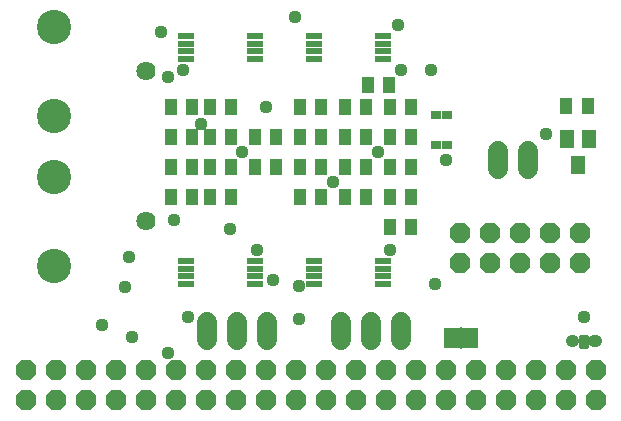
<source format=gts>
G75*
%MOIN*%
%OFA0B0*%
%FSLAX25Y25*%
%IPPOS*%
%LPD*%
%AMOC8*
5,1,8,0,0,1.08239X$1,22.5*
%
%ADD10R,0.03950X0.05524*%
%ADD11OC8,0.06800*%
%ADD12R,0.05524X0.02178*%
%ADD13R,0.04737X0.06312*%
%ADD14C,0.03950*%
%ADD15C,0.01581*%
%ADD16R,0.03359X0.02965*%
%ADD17C,0.06800*%
%ADD18C,0.06400*%
%ADD19C,0.11450*%
%ADD20R,0.05400X0.07100*%
%ADD21R,0.00600X0.07200*%
%ADD22C,0.04400*%
D10*
X0099457Y0083300D03*
X0106543Y0083300D03*
X0112457Y0083300D03*
X0119543Y0083300D03*
X0119543Y0093300D03*
X0112457Y0093300D03*
X0106543Y0093300D03*
X0099457Y0093300D03*
X0099457Y0103300D03*
X0106543Y0103300D03*
X0112457Y0103300D03*
X0119543Y0103300D03*
X0127457Y0103300D03*
X0134543Y0103300D03*
X0142457Y0103300D03*
X0149543Y0103300D03*
X0157457Y0103300D03*
X0164543Y0103300D03*
X0172457Y0103300D03*
X0179543Y0103300D03*
X0179543Y0093300D03*
X0172457Y0093300D03*
X0164543Y0093300D03*
X0157457Y0093300D03*
X0149543Y0093300D03*
X0142457Y0093300D03*
X0134543Y0093300D03*
X0127457Y0093300D03*
X0142457Y0083300D03*
X0149543Y0083300D03*
X0157457Y0083300D03*
X0164543Y0083300D03*
X0172457Y0083300D03*
X0179543Y0083300D03*
X0179543Y0073300D03*
X0172457Y0073300D03*
X0172457Y0113300D03*
X0179543Y0113300D03*
X0172043Y0120800D03*
X0164957Y0120800D03*
X0164543Y0113300D03*
X0157457Y0113300D03*
X0149543Y0113300D03*
X0142457Y0113300D03*
X0119543Y0113300D03*
X0112457Y0113300D03*
X0106543Y0113300D03*
X0099457Y0113300D03*
X0231207Y0113800D03*
X0238293Y0113800D03*
D11*
X0051000Y0015800D03*
X0061000Y0015800D03*
X0071000Y0015800D03*
X0081000Y0015800D03*
X0091000Y0015800D03*
X0101000Y0015800D03*
X0111000Y0015800D03*
X0121000Y0015800D03*
X0131000Y0015800D03*
X0141000Y0015800D03*
X0151000Y0015800D03*
X0161000Y0015800D03*
X0171000Y0015800D03*
X0181000Y0015800D03*
X0191000Y0015800D03*
X0201000Y0015800D03*
X0211000Y0015800D03*
X0221000Y0015800D03*
X0231000Y0015800D03*
X0241000Y0015800D03*
X0241000Y0025800D03*
X0231000Y0025800D03*
X0221000Y0025800D03*
X0211000Y0025800D03*
X0201000Y0025800D03*
X0191000Y0025800D03*
X0181000Y0025800D03*
X0171000Y0025800D03*
X0161000Y0025800D03*
X0151000Y0025800D03*
X0141000Y0025800D03*
X0131000Y0025800D03*
X0121000Y0025800D03*
X0111000Y0025800D03*
X0101000Y0025800D03*
X0091000Y0025800D03*
X0081000Y0025800D03*
X0071000Y0025800D03*
X0061000Y0025800D03*
X0051000Y0025800D03*
X0195575Y0061371D03*
X0205575Y0061371D03*
X0215575Y0061371D03*
X0225575Y0061371D03*
X0235575Y0061371D03*
X0235575Y0071371D03*
X0225575Y0071371D03*
X0215575Y0071371D03*
X0205575Y0071371D03*
X0195575Y0071371D03*
D12*
X0170016Y0062139D03*
X0170016Y0059580D03*
X0170016Y0057020D03*
X0170016Y0054461D03*
X0146984Y0054461D03*
X0146984Y0057020D03*
X0146984Y0059580D03*
X0146984Y0062139D03*
X0127516Y0062139D03*
X0127516Y0059580D03*
X0127516Y0057020D03*
X0127516Y0054461D03*
X0104484Y0054461D03*
X0104484Y0057020D03*
X0104484Y0059580D03*
X0104484Y0062139D03*
X0104484Y0129461D03*
X0104484Y0132020D03*
X0104484Y0134580D03*
X0104484Y0137139D03*
X0127516Y0137139D03*
X0127516Y0134580D03*
X0127516Y0132020D03*
X0127516Y0129461D03*
X0146984Y0129461D03*
X0146984Y0132020D03*
X0146984Y0134580D03*
X0146984Y0137139D03*
X0170016Y0137139D03*
X0170016Y0134580D03*
X0170016Y0132020D03*
X0170016Y0129461D03*
D13*
X0231260Y0102631D03*
X0238740Y0102631D03*
X0235000Y0093969D03*
D14*
X0233503Y0035300D02*
X0233111Y0035300D01*
X0240497Y0035300D02*
X0240889Y0035300D01*
D15*
X0237791Y0036878D02*
X0237791Y0033722D01*
X0236209Y0033722D01*
X0236209Y0036878D01*
X0237791Y0036878D01*
X0237791Y0035302D02*
X0236209Y0035302D01*
D16*
X0191394Y0100800D03*
X0187654Y0100800D03*
X0187654Y0110800D03*
X0191394Y0110800D03*
D17*
X0208500Y0098800D02*
X0208500Y0092800D01*
X0218500Y0092800D02*
X0218500Y0098800D01*
X0176000Y0041800D02*
X0176000Y0035800D01*
X0166000Y0035800D02*
X0166000Y0041800D01*
X0156000Y0041800D02*
X0156000Y0035800D01*
X0131500Y0035800D02*
X0131500Y0041800D01*
X0121500Y0041800D02*
X0121500Y0035800D01*
X0111500Y0035800D02*
X0111500Y0041800D01*
D18*
X0091000Y0075300D03*
X0091000Y0125300D03*
D19*
X0060291Y0110339D03*
X0060291Y0090261D03*
X0060291Y0060339D03*
X0060291Y0140261D03*
D20*
X0193000Y0036300D03*
X0199000Y0036300D03*
D21*
X0196000Y0036300D03*
D22*
X0187500Y0054300D03*
X0172500Y0065800D03*
X0142000Y0053800D03*
X0133500Y0055800D03*
X0128000Y0065800D03*
X0119000Y0072800D03*
X0100500Y0075800D03*
X0085500Y0063300D03*
X0084050Y0053450D03*
X0076500Y0040800D03*
X0086500Y0036800D03*
X0098500Y0031300D03*
X0105000Y0043300D03*
X0142000Y0042800D03*
X0153500Y0088300D03*
X0168500Y0098300D03*
X0191000Y0095800D03*
X0224500Y0104300D03*
X0186000Y0125800D03*
X0176000Y0125800D03*
X0175000Y0140800D03*
X0140750Y0143300D03*
X0103500Y0125800D03*
X0098500Y0123300D03*
X0096000Y0138300D03*
X0131000Y0113300D03*
X0109500Y0107800D03*
X0123000Y0098300D03*
X0237000Y0043300D03*
M02*

</source>
